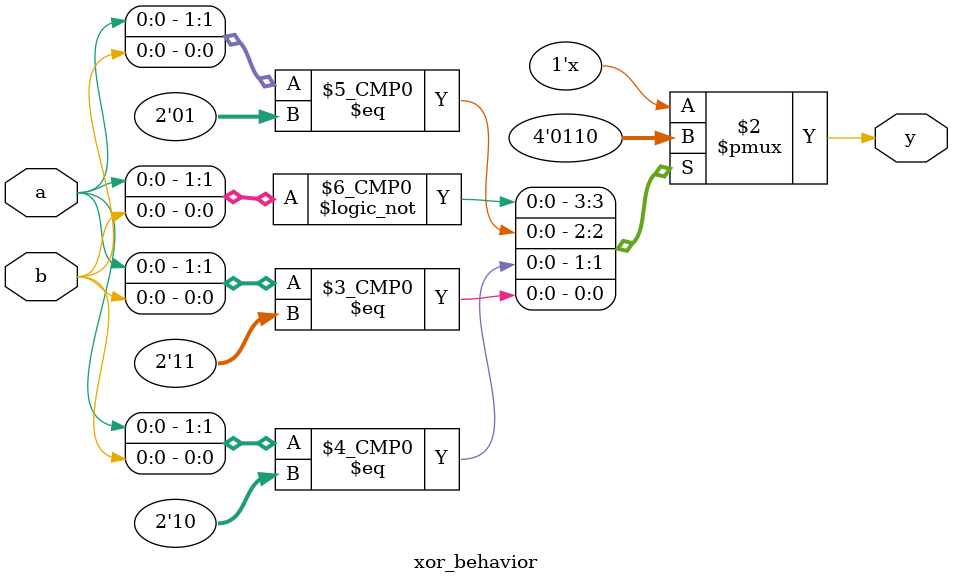
<source format=v>
module xor_behavior(y,a,b);
output y;
input a,b;
reg y; 
always @ (a or b)
begin 
case ({a, b})
2'b00: begin y = 0; end 
2'b01: begin y = 1; end
2'b10: begin y = 1; end
2'b11: begin y = 0; end
endcase
end
endmodule

</source>
